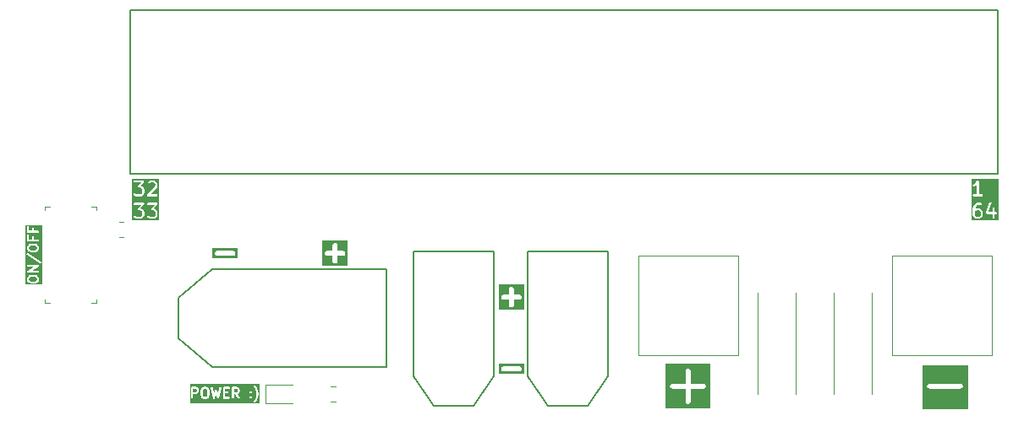
<source format=gto>
G04 #@! TF.GenerationSoftware,KiCad,Pcbnew,8.0.4*
G04 #@! TF.CreationDate,2024-09-24T23:47:47-04:00*
G04 #@! TF.ProjectId,CommonSlotAdapter,436f6d6d-6f6e-4536-9c6f-744164617074,rev?*
G04 #@! TF.SameCoordinates,Original*
G04 #@! TF.FileFunction,Legend,Top*
G04 #@! TF.FilePolarity,Positive*
%FSLAX46Y46*%
G04 Gerber Fmt 4.6, Leading zero omitted, Abs format (unit mm)*
G04 Created by KiCad (PCBNEW 8.0.4) date 2024-09-24 23:47:47*
%MOMM*%
%LPD*%
G01*
G04 APERTURE LIST*
%ADD10C,0.100000*%
%ADD11C,0.508000*%
%ADD12C,0.203200*%
%ADD13C,0.152400*%
%ADD14C,0.120000*%
G04 APERTURE END LIST*
D10*
X174625000Y-92456000D02*
X174879000Y-92456000D01*
X174879000Y-93980000D01*
X174625000Y-93980000D01*
X174625000Y-92456000D01*
G36*
X174625000Y-92456000D02*
G01*
X174879000Y-92456000D01*
X174879000Y-93980000D01*
X174625000Y-93980000D01*
X174625000Y-92456000D01*
G37*
X178816000Y-92456000D02*
X179070000Y-92456000D01*
X179070000Y-93980000D01*
X178816000Y-93980000D01*
X178816000Y-92456000D01*
G36*
X178816000Y-92456000D02*
G01*
X179070000Y-92456000D01*
X179070000Y-93980000D01*
X178816000Y-93980000D01*
X178816000Y-92456000D01*
G37*
X174625000Y-93853000D02*
X179070000Y-93853000D01*
X179070000Y-95377000D01*
X174625000Y-95377000D01*
X174625000Y-93853000D01*
G36*
X174625000Y-93853000D02*
G01*
X179070000Y-93853000D01*
X179070000Y-95377000D01*
X174625000Y-95377000D01*
X174625000Y-93853000D01*
G37*
X174625000Y-91059000D02*
X179070000Y-91059000D01*
X179070000Y-92583000D01*
X174625000Y-92583000D01*
X174625000Y-91059000D01*
G36*
X174625000Y-91059000D02*
G01*
X179070000Y-91059000D01*
X179070000Y-92583000D01*
X174625000Y-92583000D01*
X174625000Y-91059000D01*
G37*
D11*
G36*
X106042624Y-80357810D02*
G01*
X103488195Y-80357810D01*
X103488195Y-79800257D01*
X103742195Y-79800257D01*
X103742195Y-79899363D01*
X103780121Y-79990925D01*
X103850199Y-80061003D01*
X103941761Y-80098929D01*
X103991314Y-80103810D01*
X105539505Y-80103810D01*
X105589058Y-80098929D01*
X105680620Y-80061003D01*
X105750698Y-79990925D01*
X105788624Y-79899363D01*
X105788624Y-79800257D01*
X105750698Y-79708695D01*
X105680620Y-79638617D01*
X105589058Y-79600691D01*
X105539505Y-79595810D01*
X103991314Y-79595810D01*
X103941761Y-79600691D01*
X103850199Y-79638617D01*
X103780121Y-79708695D01*
X103742195Y-79800257D01*
X103488195Y-79800257D01*
X103488195Y-79341810D01*
X106042624Y-79341810D01*
X106042624Y-80357810D01*
G37*
G36*
X117042329Y-81127024D02*
G01*
X114487900Y-81127024D01*
X114487900Y-79800257D01*
X114741900Y-79800257D01*
X114741900Y-79899363D01*
X114779826Y-79990925D01*
X114849904Y-80061003D01*
X114941466Y-80098929D01*
X114991019Y-80103810D01*
X115511114Y-80103810D01*
X115511114Y-80623905D01*
X115515995Y-80673458D01*
X115553921Y-80765020D01*
X115623999Y-80835098D01*
X115715561Y-80873024D01*
X115814667Y-80873024D01*
X115906229Y-80835098D01*
X115976307Y-80765020D01*
X116014233Y-80673458D01*
X116019114Y-80623905D01*
X116019114Y-80103810D01*
X116539210Y-80103810D01*
X116588763Y-80098929D01*
X116680325Y-80061003D01*
X116750403Y-79990925D01*
X116788329Y-79899363D01*
X116788329Y-79800257D01*
X116750403Y-79708695D01*
X116680325Y-79638617D01*
X116588763Y-79600691D01*
X116539210Y-79595810D01*
X116019114Y-79595810D01*
X116019114Y-79075715D01*
X116014233Y-79026162D01*
X115976307Y-78934600D01*
X115906229Y-78864522D01*
X115814667Y-78826596D01*
X115715561Y-78826596D01*
X115623999Y-78864522D01*
X115553921Y-78934600D01*
X115515995Y-79026162D01*
X115511114Y-79075715D01*
X115511114Y-79595810D01*
X114991019Y-79595810D01*
X114941466Y-79600691D01*
X114849904Y-79638617D01*
X114779826Y-79708695D01*
X114741900Y-79800257D01*
X114487900Y-79800257D01*
X114487900Y-78572596D01*
X117042329Y-78572596D01*
X117042329Y-81127024D01*
G37*
G36*
X134695329Y-85523764D02*
G01*
X132140900Y-85523764D01*
X132140900Y-84196997D01*
X132394900Y-84196997D01*
X132394900Y-84296103D01*
X132432826Y-84387665D01*
X132502904Y-84457743D01*
X132594466Y-84495669D01*
X132644019Y-84500550D01*
X133164114Y-84500550D01*
X133164114Y-85020645D01*
X133168995Y-85070198D01*
X133206921Y-85161760D01*
X133276999Y-85231838D01*
X133368561Y-85269764D01*
X133467667Y-85269764D01*
X133559229Y-85231838D01*
X133629307Y-85161760D01*
X133667233Y-85070198D01*
X133672114Y-85020645D01*
X133672114Y-84500550D01*
X134192210Y-84500550D01*
X134241763Y-84495669D01*
X134333325Y-84457743D01*
X134403403Y-84387665D01*
X134441329Y-84296103D01*
X134441329Y-84196997D01*
X134403403Y-84105435D01*
X134333325Y-84035357D01*
X134241763Y-83997431D01*
X134192210Y-83992550D01*
X133672114Y-83992550D01*
X133672114Y-83472455D01*
X133667233Y-83422902D01*
X133629307Y-83331340D01*
X133559229Y-83261262D01*
X133467667Y-83223336D01*
X133368561Y-83223336D01*
X133276999Y-83261262D01*
X133206921Y-83331340D01*
X133168995Y-83422902D01*
X133164114Y-83472455D01*
X133164114Y-83992550D01*
X132644019Y-83992550D01*
X132594466Y-83997431D01*
X132502904Y-84035357D01*
X132432826Y-84105435D01*
X132394900Y-84196997D01*
X132140900Y-84196997D01*
X132140900Y-82969336D01*
X134695329Y-82969336D01*
X134695329Y-85523764D01*
G37*
G36*
X179088885Y-93883593D02*
G01*
X174591154Y-93883593D01*
X174591154Y-93128484D01*
X175042710Y-93128484D01*
X175042710Y-93227590D01*
X175080636Y-93319152D01*
X175150714Y-93389230D01*
X175242276Y-93427156D01*
X175291829Y-93432037D01*
X178388210Y-93432037D01*
X178437763Y-93427156D01*
X178529325Y-93389230D01*
X178599403Y-93319152D01*
X178637329Y-93227590D01*
X178637329Y-93128484D01*
X178599403Y-93036922D01*
X178529325Y-92966844D01*
X178437763Y-92928918D01*
X178388210Y-92924037D01*
X175291829Y-92924037D01*
X175242276Y-92928918D01*
X175150714Y-92966844D01*
X175080636Y-93036922D01*
X175042710Y-93128484D01*
X174591154Y-93128484D01*
X174591154Y-92472481D01*
X179088885Y-92472481D01*
X179088885Y-93883593D01*
G37*
G36*
X153357476Y-95426902D02*
G01*
X148859745Y-95426902D01*
X148859745Y-93128484D01*
X149311301Y-93128484D01*
X149311301Y-93227590D01*
X149349227Y-93319152D01*
X149419305Y-93389230D01*
X149510867Y-93427156D01*
X149560420Y-93432037D01*
X150854610Y-93432037D01*
X150854610Y-94726227D01*
X150859491Y-94775780D01*
X150897417Y-94867342D01*
X150967495Y-94937420D01*
X151059057Y-94975346D01*
X151158163Y-94975346D01*
X151249725Y-94937420D01*
X151319803Y-94867342D01*
X151357729Y-94775780D01*
X151362610Y-94726227D01*
X151362610Y-93432037D01*
X152656801Y-93432037D01*
X152706354Y-93427156D01*
X152797916Y-93389230D01*
X152867994Y-93319152D01*
X152905920Y-93227590D01*
X152905920Y-93128484D01*
X152867994Y-93036922D01*
X152797916Y-92966844D01*
X152706354Y-92928918D01*
X152656801Y-92924037D01*
X151362610Y-92924037D01*
X151362610Y-91629846D01*
X151357729Y-91580293D01*
X151319803Y-91488731D01*
X151249725Y-91418653D01*
X151158163Y-91380727D01*
X151059057Y-91380727D01*
X150967495Y-91418653D01*
X150897417Y-91488731D01*
X150859491Y-91580293D01*
X150854610Y-91629846D01*
X150854610Y-92924037D01*
X149560420Y-92924037D01*
X149510867Y-92928918D01*
X149419305Y-92966844D01*
X149349227Y-93036922D01*
X149311301Y-93128484D01*
X148859745Y-93128484D01*
X148859745Y-90929171D01*
X153357476Y-90929171D01*
X153357476Y-95426902D01*
G37*
D12*
G36*
X102879786Y-93486172D02*
G01*
X102943466Y-93549852D01*
X102981226Y-93700893D01*
X102981226Y-94009209D01*
X102943466Y-94160251D01*
X102879785Y-94223932D01*
X102820746Y-94253452D01*
X102678240Y-94253452D01*
X102619200Y-94223932D01*
X102555519Y-94160250D01*
X102517760Y-94009212D01*
X102517760Y-93700891D01*
X102555519Y-93549852D01*
X102619200Y-93486172D01*
X102678240Y-93456652D01*
X102820746Y-93456652D01*
X102879786Y-93486172D01*
G37*
G36*
X105975024Y-93486172D02*
G01*
X105999325Y-93510473D01*
X106028845Y-93569513D01*
X106028845Y-93664400D01*
X105999325Y-93723440D01*
X105975024Y-93747741D01*
X105915984Y-93777261D01*
X105660617Y-93777261D01*
X105660617Y-93456652D01*
X105915984Y-93456652D01*
X105975024Y-93486172D01*
G37*
G36*
X101879786Y-93486172D02*
G01*
X101904087Y-93510473D01*
X101933607Y-93569513D01*
X101933607Y-93664400D01*
X101904087Y-93723440D01*
X101879786Y-93747741D01*
X101820746Y-93777261D01*
X101565379Y-93777261D01*
X101565379Y-93456652D01*
X101820746Y-93456652D01*
X101879786Y-93486172D01*
G37*
G36*
X108200299Y-94946763D02*
G01*
X101251068Y-94946763D01*
X101251068Y-93355052D01*
X101362179Y-93355052D01*
X101362179Y-94355052D01*
X101364131Y-94374873D01*
X101379302Y-94411498D01*
X101407333Y-94439529D01*
X101443958Y-94454700D01*
X101483600Y-94454700D01*
X101520225Y-94439529D01*
X101548256Y-94411498D01*
X101563427Y-94374873D01*
X101565379Y-94355052D01*
X101565379Y-93980461D01*
X101844731Y-93980461D01*
X101864552Y-93978509D01*
X101867925Y-93977111D01*
X101871566Y-93976853D01*
X101890168Y-93969735D01*
X101985406Y-93922116D01*
X101993938Y-93916744D01*
X101996415Y-93915719D01*
X101999203Y-93913430D01*
X102002261Y-93911506D01*
X102004019Y-93909477D01*
X102011811Y-93903084D01*
X102059430Y-93855465D01*
X102065825Y-93847672D01*
X102067852Y-93845915D01*
X102069774Y-93842860D01*
X102072065Y-93840070D01*
X102073091Y-93837591D01*
X102078462Y-93829060D01*
X102126081Y-93733822D01*
X102133199Y-93715221D01*
X102133457Y-93711579D01*
X102134855Y-93708206D01*
X102136807Y-93688385D01*
X102314560Y-93688385D01*
X102314560Y-94021718D01*
X102314900Y-94025175D01*
X102314680Y-94026657D01*
X102315776Y-94034071D01*
X102316512Y-94041539D01*
X102317085Y-94042924D01*
X102317594Y-94046360D01*
X102365212Y-94236835D01*
X102371913Y-94255591D01*
X102376410Y-94261660D01*
X102379301Y-94268640D01*
X102391937Y-94284036D01*
X102487175Y-94379275D01*
X102494966Y-94385668D01*
X102496725Y-94387697D01*
X102499782Y-94389621D01*
X102502571Y-94391910D01*
X102505047Y-94392935D01*
X102513580Y-94398307D01*
X102608818Y-94445926D01*
X102627419Y-94453044D01*
X102631060Y-94453302D01*
X102634434Y-94454700D01*
X102654255Y-94456652D01*
X102844731Y-94456652D01*
X102864552Y-94454700D01*
X102867925Y-94453302D01*
X102871566Y-94453044D01*
X102890168Y-94445926D01*
X102985406Y-94398307D01*
X102993937Y-94392936D01*
X102996416Y-94391910D01*
X102999206Y-94389619D01*
X103002261Y-94387697D01*
X103004018Y-94385670D01*
X103011811Y-94379275D01*
X103107050Y-94284035D01*
X103119685Y-94268639D01*
X103122576Y-94261658D01*
X103127072Y-94255591D01*
X103133773Y-94236836D01*
X103181392Y-94046360D01*
X103181900Y-94042924D01*
X103182474Y-94041539D01*
X103183209Y-94034071D01*
X103184306Y-94026657D01*
X103184085Y-94025175D01*
X103184426Y-94021718D01*
X103184426Y-93688385D01*
X103184085Y-93684927D01*
X103184306Y-93683446D01*
X103183209Y-93676031D01*
X103182474Y-93668564D01*
X103181900Y-93667178D01*
X103181392Y-93663743D01*
X103133773Y-93473267D01*
X103127072Y-93454512D01*
X103122575Y-93448442D01*
X103119684Y-93441463D01*
X103107049Y-93426067D01*
X103039833Y-93358851D01*
X103314631Y-93358851D01*
X103317323Y-93378585D01*
X103555418Y-94378585D01*
X103557761Y-94385384D01*
X103558086Y-94387826D01*
X103559363Y-94390032D01*
X103561908Y-94397415D01*
X103570555Y-94409364D01*
X103577948Y-94422133D01*
X103582090Y-94425303D01*
X103585149Y-94429530D01*
X103597714Y-94437262D01*
X103609428Y-94446228D01*
X103614468Y-94447572D01*
X103618911Y-94450306D01*
X103633471Y-94452640D01*
X103647731Y-94456443D01*
X103652904Y-94455755D01*
X103658054Y-94456581D01*
X103672403Y-94453164D01*
X103687029Y-94451221D01*
X103691543Y-94448607D01*
X103696618Y-94447399D01*
X103708567Y-94438751D01*
X103721336Y-94431359D01*
X103724506Y-94427216D01*
X103728733Y-94424158D01*
X103736466Y-94411591D01*
X103745431Y-94399879D01*
X103748171Y-94392570D01*
X103749509Y-94390397D01*
X103749899Y-94387963D01*
X103752424Y-94381230D01*
X103844731Y-94035079D01*
X103937038Y-94381231D01*
X103939563Y-94387965D01*
X103939953Y-94390396D01*
X103941288Y-94392566D01*
X103944031Y-94399880D01*
X103952998Y-94411595D01*
X103960729Y-94424158D01*
X103964955Y-94427216D01*
X103968126Y-94431359D01*
X103980892Y-94438749D01*
X103992844Y-94447399D01*
X103997919Y-94448607D01*
X104002434Y-94451221D01*
X104017058Y-94453164D01*
X104031408Y-94456581D01*
X104036557Y-94455755D01*
X104041731Y-94456443D01*
X104055993Y-94452639D01*
X104070551Y-94450306D01*
X104074990Y-94447573D01*
X104080034Y-94446229D01*
X104091751Y-94437259D01*
X104104313Y-94429530D01*
X104107371Y-94425304D01*
X104111514Y-94422133D01*
X104118906Y-94409364D01*
X104127554Y-94397415D01*
X104130098Y-94390032D01*
X104131376Y-94387826D01*
X104131700Y-94385384D01*
X104134044Y-94378585D01*
X104372140Y-93378585D01*
X104374832Y-93358851D01*
X104374223Y-93355052D01*
X104552655Y-93355052D01*
X104552655Y-94355052D01*
X104554607Y-94374873D01*
X104569778Y-94411498D01*
X104597809Y-94439529D01*
X104634434Y-94454700D01*
X104654255Y-94456652D01*
X105130445Y-94456652D01*
X105150266Y-94454700D01*
X105186891Y-94439529D01*
X105214922Y-94411498D01*
X105230093Y-94374873D01*
X105230093Y-94335231D01*
X105214922Y-94298606D01*
X105186891Y-94270575D01*
X105150266Y-94255404D01*
X105130445Y-94253452D01*
X104755855Y-94253452D01*
X104755855Y-93932842D01*
X104987588Y-93932842D01*
X105007409Y-93930890D01*
X105044034Y-93915719D01*
X105072065Y-93887688D01*
X105087236Y-93851063D01*
X105087236Y-93811421D01*
X105072065Y-93774796D01*
X105044034Y-93746765D01*
X105007409Y-93731594D01*
X104987588Y-93729642D01*
X104755855Y-93729642D01*
X104755855Y-93456652D01*
X105130445Y-93456652D01*
X105150266Y-93454700D01*
X105186891Y-93439529D01*
X105214922Y-93411498D01*
X105230093Y-93374873D01*
X105230093Y-93355052D01*
X105457417Y-93355052D01*
X105457417Y-94355052D01*
X105459369Y-94374873D01*
X105474540Y-94411498D01*
X105502571Y-94439529D01*
X105539196Y-94454700D01*
X105578838Y-94454700D01*
X105615463Y-94439529D01*
X105643494Y-94411498D01*
X105658665Y-94374873D01*
X105660617Y-94355052D01*
X105660617Y-93980461D01*
X105744213Y-93980461D01*
X106047211Y-94413316D01*
X106060177Y-94428434D01*
X106093608Y-94449739D01*
X106132647Y-94456628D01*
X106171351Y-94448054D01*
X106203827Y-94425320D01*
X106225132Y-94391889D01*
X106232021Y-94352850D01*
X106223447Y-94314146D01*
X106213679Y-94296788D01*
X106207256Y-94287612D01*
X107173655Y-94287612D01*
X107173655Y-94327254D01*
X107179906Y-94342344D01*
X107188826Y-94363880D01*
X107188830Y-94363884D01*
X107201461Y-94379275D01*
X107249080Y-94426894D01*
X107264475Y-94439529D01*
X107273623Y-94443318D01*
X107301101Y-94454700D01*
X107340743Y-94454700D01*
X107377368Y-94439529D01*
X107392764Y-94426894D01*
X107440383Y-94379275D01*
X107453018Y-94363880D01*
X107455558Y-94357748D01*
X107468188Y-94327255D01*
X107468189Y-94287613D01*
X107453019Y-94250988D01*
X107440384Y-94235592D01*
X107392765Y-94187972D01*
X107377369Y-94175336D01*
X107362036Y-94168985D01*
X107340743Y-94160165D01*
X107301101Y-94160165D01*
X107279808Y-94168985D01*
X107264475Y-94175336D01*
X107249079Y-94187972D01*
X107201460Y-94235592D01*
X107188825Y-94250988D01*
X107186286Y-94257118D01*
X107173655Y-94287612D01*
X106207256Y-94287612D01*
X105984882Y-93969935D01*
X105985406Y-93969735D01*
X106080644Y-93922116D01*
X106089176Y-93916744D01*
X106091653Y-93915719D01*
X106094441Y-93913430D01*
X106097499Y-93911506D01*
X106099257Y-93909477D01*
X106107049Y-93903084D01*
X106154668Y-93855465D01*
X106161063Y-93847672D01*
X106163090Y-93845915D01*
X106165012Y-93842860D01*
X106167303Y-93840070D01*
X106168329Y-93837591D01*
X106173700Y-93829060D01*
X106206329Y-93763802D01*
X107173655Y-93763802D01*
X107173655Y-93803444D01*
X107188826Y-93840069D01*
X107201461Y-93855465D01*
X107249080Y-93903084D01*
X107264475Y-93915719D01*
X107274248Y-93919767D01*
X107301101Y-93930890D01*
X107340743Y-93930890D01*
X107377368Y-93915719D01*
X107392764Y-93903084D01*
X107440383Y-93855465D01*
X107453018Y-93840070D01*
X107468188Y-93803444D01*
X107468188Y-93763802D01*
X107464884Y-93755825D01*
X107453018Y-93727176D01*
X107440383Y-93711781D01*
X107392764Y-93664162D01*
X107377368Y-93651527D01*
X107340743Y-93636356D01*
X107301101Y-93636356D01*
X107277022Y-93646330D01*
X107264475Y-93651527D01*
X107249080Y-93664162D01*
X107201461Y-93711781D01*
X107188827Y-93727176D01*
X107188826Y-93727177D01*
X107173655Y-93763802D01*
X106206329Y-93763802D01*
X106221319Y-93733822D01*
X106228437Y-93715221D01*
X106228695Y-93711579D01*
X106230093Y-93708206D01*
X106232045Y-93688385D01*
X106232045Y-93545528D01*
X106230093Y-93525707D01*
X106228695Y-93522333D01*
X106228437Y-93518692D01*
X106221319Y-93500091D01*
X106173700Y-93404853D01*
X106168329Y-93396321D01*
X106167303Y-93393843D01*
X106165012Y-93391052D01*
X106163090Y-93387998D01*
X106161063Y-93386240D01*
X106154668Y-93378448D01*
X106107049Y-93330829D01*
X106099257Y-93324435D01*
X106097499Y-93322407D01*
X106094441Y-93320482D01*
X106091653Y-93318194D01*
X106089176Y-93317168D01*
X106080644Y-93311797D01*
X105985406Y-93264178D01*
X105966804Y-93257060D01*
X105963163Y-93256801D01*
X105959790Y-93255404D01*
X105939969Y-93253452D01*
X105559017Y-93253452D01*
X105539196Y-93255404D01*
X105502571Y-93270575D01*
X105474540Y-93298606D01*
X105459369Y-93335231D01*
X105457417Y-93355052D01*
X105230093Y-93355052D01*
X105230093Y-93335231D01*
X105214922Y-93298606D01*
X105186891Y-93270575D01*
X105150266Y-93255404D01*
X105130445Y-93253452D01*
X104654255Y-93253452D01*
X104634434Y-93255404D01*
X104597809Y-93270575D01*
X104569778Y-93298606D01*
X104554607Y-93335231D01*
X104552655Y-93355052D01*
X104374223Y-93355052D01*
X104368557Y-93319708D01*
X104347781Y-93285946D01*
X104315666Y-93262705D01*
X104277102Y-93253523D01*
X104237959Y-93259798D01*
X104204197Y-93280574D01*
X104180956Y-93312690D01*
X104174466Y-93331519D01*
X104029630Y-93939826D01*
X103942900Y-93614588D01*
X103941159Y-93609947D01*
X103940900Y-93607992D01*
X103939556Y-93605671D01*
X103935907Y-93595939D01*
X103927758Y-93585292D01*
X103921038Y-93573685D01*
X103915811Y-93569684D01*
X103911812Y-93564459D01*
X103900207Y-93557740D01*
X103889558Y-93549589D01*
X103883198Y-93547893D01*
X103877505Y-93544597D01*
X103864215Y-93542831D01*
X103851255Y-93539375D01*
X103844731Y-93540241D01*
X103838207Y-93539375D01*
X103825248Y-93542830D01*
X103811958Y-93544597D01*
X103806262Y-93547894D01*
X103799904Y-93549590D01*
X103789256Y-93557739D01*
X103777650Y-93564459D01*
X103773649Y-93569685D01*
X103768424Y-93573685D01*
X103761705Y-93585290D01*
X103753555Y-93595938D01*
X103749904Y-93605673D01*
X103748562Y-93607992D01*
X103748302Y-93609945D01*
X103746562Y-93614587D01*
X103659831Y-93939825D01*
X103514997Y-93331519D01*
X103508507Y-93312690D01*
X103485266Y-93280574D01*
X103451504Y-93259798D01*
X103412361Y-93253523D01*
X103373798Y-93262705D01*
X103341682Y-93285946D01*
X103320906Y-93319708D01*
X103314631Y-93358851D01*
X103039833Y-93358851D01*
X103011811Y-93330829D01*
X103004019Y-93324435D01*
X103002261Y-93322407D01*
X102999203Y-93320482D01*
X102996415Y-93318194D01*
X102993938Y-93317168D01*
X102985406Y-93311797D01*
X102890168Y-93264178D01*
X102871566Y-93257060D01*
X102867925Y-93256801D01*
X102864552Y-93255404D01*
X102844731Y-93253452D01*
X102654255Y-93253452D01*
X102634434Y-93255404D01*
X102631060Y-93256801D01*
X102627419Y-93257060D01*
X102608818Y-93264178D01*
X102513580Y-93311797D01*
X102505047Y-93317168D01*
X102502571Y-93318194D01*
X102499782Y-93320482D01*
X102496725Y-93322407D01*
X102494966Y-93324435D01*
X102487175Y-93330829D01*
X102391937Y-93426067D01*
X102379302Y-93441463D01*
X102376411Y-93448440D01*
X102371913Y-93454512D01*
X102365212Y-93473268D01*
X102317594Y-93663743D01*
X102317085Y-93667178D01*
X102316512Y-93668564D01*
X102315776Y-93676031D01*
X102314680Y-93683446D01*
X102314900Y-93684927D01*
X102314560Y-93688385D01*
X102136807Y-93688385D01*
X102136807Y-93545528D01*
X102134855Y-93525707D01*
X102133457Y-93522333D01*
X102133199Y-93518692D01*
X102126081Y-93500091D01*
X102078462Y-93404853D01*
X102073091Y-93396321D01*
X102072065Y-93393843D01*
X102069774Y-93391052D01*
X102067852Y-93387998D01*
X102065825Y-93386240D01*
X102059430Y-93378448D01*
X102011811Y-93330829D01*
X102004019Y-93324435D01*
X102002261Y-93322407D01*
X101999203Y-93320482D01*
X101996415Y-93318194D01*
X101993938Y-93317168D01*
X101985406Y-93311797D01*
X101890168Y-93264178D01*
X101871566Y-93257060D01*
X101867925Y-93256801D01*
X101864552Y-93255404D01*
X101844731Y-93253452D01*
X101463779Y-93253452D01*
X101443958Y-93255404D01*
X101407333Y-93270575D01*
X101379302Y-93298606D01*
X101364131Y-93335231D01*
X101362179Y-93355052D01*
X101251068Y-93355052D01*
X101251068Y-93192373D01*
X107602226Y-93192373D01*
X107602226Y-93232015D01*
X107617397Y-93268640D01*
X107630032Y-93284036D01*
X107670538Y-93324542D01*
X107756684Y-93453763D01*
X107798248Y-93536890D01*
X107841582Y-93666891D01*
X107885988Y-93888921D01*
X107885988Y-94059277D01*
X107841582Y-94281307D01*
X107798248Y-94411308D01*
X107756685Y-94494435D01*
X107670537Y-94623657D01*
X107630032Y-94664162D01*
X107617397Y-94679558D01*
X107602226Y-94716183D01*
X107602226Y-94755825D01*
X107617397Y-94792450D01*
X107645428Y-94820481D01*
X107682053Y-94835652D01*
X107721695Y-94835652D01*
X107758320Y-94820481D01*
X107773716Y-94807846D01*
X107821335Y-94760227D01*
X107821380Y-94760171D01*
X107821410Y-94760152D01*
X107827582Y-94752615D01*
X107833970Y-94744832D01*
X107833984Y-94744797D01*
X107834029Y-94744743D01*
X107929267Y-94601885D01*
X107932235Y-94596318D01*
X107935605Y-94590965D01*
X107983224Y-94495727D01*
X107985801Y-94488990D01*
X107988736Y-94482419D01*
X108036355Y-94339562D01*
X108037755Y-94333404D01*
X108039596Y-94327358D01*
X108087215Y-94089263D01*
X108087222Y-94089191D01*
X108087236Y-94089158D01*
X108088207Y-94079296D01*
X108089188Y-94069444D01*
X108089180Y-94069408D01*
X108089188Y-94069337D01*
X108089188Y-93878861D01*
X108089180Y-93878789D01*
X108089188Y-93878754D01*
X108088207Y-93868901D01*
X108087236Y-93859040D01*
X108087222Y-93859006D01*
X108087215Y-93858935D01*
X108039596Y-93620841D01*
X108037755Y-93614794D01*
X108036355Y-93608637D01*
X107988736Y-93465780D01*
X107985801Y-93459208D01*
X107983224Y-93452472D01*
X107935605Y-93357234D01*
X107932239Y-93351887D01*
X107929268Y-93346314D01*
X107834029Y-93203456D01*
X107833985Y-93203402D01*
X107833970Y-93203366D01*
X107827629Y-93195640D01*
X107821411Y-93188046D01*
X107821378Y-93188024D01*
X107821335Y-93187971D01*
X107773716Y-93140352D01*
X107758320Y-93127717D01*
X107721695Y-93112546D01*
X107682053Y-93112546D01*
X107645428Y-93127717D01*
X107617397Y-93155748D01*
X107602226Y-93192373D01*
X101251068Y-93192373D01*
X101251068Y-93001435D01*
X108200299Y-93001435D01*
X108200299Y-94946763D01*
G37*
D11*
G36*
X134695329Y-91954550D02*
G01*
X132140900Y-91954550D01*
X132140900Y-91396997D01*
X132394900Y-91396997D01*
X132394900Y-91496103D01*
X132432826Y-91587665D01*
X132502904Y-91657743D01*
X132594466Y-91695669D01*
X132644019Y-91700550D01*
X134192210Y-91700550D01*
X134241763Y-91695669D01*
X134333325Y-91657743D01*
X134403403Y-91587665D01*
X134441329Y-91496103D01*
X134441329Y-91396997D01*
X134403403Y-91305435D01*
X134333325Y-91235357D01*
X134241763Y-91197431D01*
X134192210Y-91192550D01*
X132644019Y-91192550D01*
X132594466Y-91197431D01*
X132502904Y-91235357D01*
X132432826Y-91305435D01*
X132394900Y-91396997D01*
X132140900Y-91396997D01*
X132140900Y-90938550D01*
X134695329Y-90938550D01*
X134695329Y-91954550D01*
G37*
D12*
G36*
X85828250Y-82264597D02*
G01*
X85891932Y-82328278D01*
X85921452Y-82387318D01*
X85921452Y-82529824D01*
X85891932Y-82588863D01*
X85828250Y-82652544D01*
X85677212Y-82690304D01*
X85368894Y-82690304D01*
X85217852Y-82652544D01*
X85154172Y-82588864D01*
X85124652Y-82529824D01*
X85124652Y-82387318D01*
X85154172Y-82328278D01*
X85217852Y-82264597D01*
X85368894Y-82226838D01*
X85677212Y-82226838D01*
X85828250Y-82264597D01*
G37*
G36*
X85828250Y-79121740D02*
G01*
X85891932Y-79185421D01*
X85921452Y-79244461D01*
X85921452Y-79386967D01*
X85891932Y-79446006D01*
X85828250Y-79509687D01*
X85677212Y-79547447D01*
X85368894Y-79547447D01*
X85217852Y-79509687D01*
X85154172Y-79446007D01*
X85124652Y-79386967D01*
X85124652Y-79244461D01*
X85154172Y-79185421D01*
X85217852Y-79121740D01*
X85368894Y-79083981D01*
X85677212Y-79083981D01*
X85828250Y-79121740D01*
G37*
G36*
X86473858Y-83004615D02*
G01*
X84762722Y-83004615D01*
X84762722Y-82363333D01*
X84921452Y-82363333D01*
X84921452Y-82553809D01*
X84923404Y-82573630D01*
X84924801Y-82577003D01*
X84925060Y-82580644D01*
X84932178Y-82599246D01*
X84979797Y-82694484D01*
X84985168Y-82703016D01*
X84986194Y-82705493D01*
X84988482Y-82708281D01*
X84990407Y-82711339D01*
X84992435Y-82713097D01*
X84998829Y-82720889D01*
X85094067Y-82816127D01*
X85109463Y-82828762D01*
X85116442Y-82831653D01*
X85122512Y-82836150D01*
X85141267Y-82842851D01*
X85331743Y-82890470D01*
X85335178Y-82890978D01*
X85336564Y-82891552D01*
X85344031Y-82892287D01*
X85351446Y-82893384D01*
X85352927Y-82893163D01*
X85356385Y-82893504D01*
X85689718Y-82893504D01*
X85693175Y-82893163D01*
X85694657Y-82893384D01*
X85702071Y-82892287D01*
X85709539Y-82891552D01*
X85710924Y-82890978D01*
X85714360Y-82890470D01*
X85904835Y-82842852D01*
X85923591Y-82836151D01*
X85929660Y-82831653D01*
X85936640Y-82828763D01*
X85952036Y-82816127D01*
X86047275Y-82720889D01*
X86053668Y-82713097D01*
X86055697Y-82711339D01*
X86057621Y-82708281D01*
X86059910Y-82705493D01*
X86060935Y-82703016D01*
X86066307Y-82694484D01*
X86113926Y-82599246D01*
X86121044Y-82580645D01*
X86121302Y-82577003D01*
X86122700Y-82573630D01*
X86124652Y-82553809D01*
X86124652Y-82363333D01*
X86122700Y-82343512D01*
X86121302Y-82340138D01*
X86121044Y-82336497D01*
X86113926Y-82317896D01*
X86066307Y-82222658D01*
X86060935Y-82214125D01*
X86059910Y-82211649D01*
X86057621Y-82208860D01*
X86055697Y-82205803D01*
X86053668Y-82204044D01*
X86047275Y-82196253D01*
X85952036Y-82101015D01*
X85936640Y-82088379D01*
X85929660Y-82085488D01*
X85923591Y-82080991D01*
X85904835Y-82074290D01*
X85714360Y-82026672D01*
X85710924Y-82026163D01*
X85709539Y-82025590D01*
X85702071Y-82024854D01*
X85694657Y-82023758D01*
X85693175Y-82023978D01*
X85689718Y-82023638D01*
X85356385Y-82023638D01*
X85352927Y-82023978D01*
X85351446Y-82023758D01*
X85344031Y-82024854D01*
X85336564Y-82025590D01*
X85335178Y-82026163D01*
X85331743Y-82026672D01*
X85141267Y-82074291D01*
X85122512Y-82080992D01*
X85116442Y-82085488D01*
X85109463Y-82088380D01*
X85094067Y-82101015D01*
X84998829Y-82196253D01*
X84992435Y-82204044D01*
X84990407Y-82205803D01*
X84988482Y-82208860D01*
X84986194Y-82211649D01*
X84985168Y-82214125D01*
X84979797Y-82222658D01*
X84932178Y-82317896D01*
X84925060Y-82336498D01*
X84924801Y-82340138D01*
X84923404Y-82343512D01*
X84921452Y-82363333D01*
X84762722Y-82363333D01*
X84762722Y-81689569D01*
X84921700Y-81689569D01*
X84923404Y-81702974D01*
X84923404Y-81716487D01*
X84925882Y-81722469D01*
X84926699Y-81728896D01*
X84933405Y-81740633D01*
X84938575Y-81753112D01*
X84943152Y-81757689D01*
X84946367Y-81763315D01*
X84957054Y-81771591D01*
X84966606Y-81781143D01*
X84972589Y-81783621D01*
X84977710Y-81787587D01*
X84990746Y-81791142D01*
X85003231Y-81796314D01*
X85013367Y-81797312D01*
X85015955Y-81798018D01*
X85017953Y-81797763D01*
X85023052Y-81798266D01*
X86023052Y-81798266D01*
X86042873Y-81796314D01*
X86079498Y-81781143D01*
X86107529Y-81753112D01*
X86122700Y-81716487D01*
X86122700Y-81676845D01*
X86107529Y-81640220D01*
X86079498Y-81612189D01*
X86042873Y-81597018D01*
X86023052Y-81595066D01*
X85405634Y-81595066D01*
X86073460Y-81213451D01*
X86077637Y-81210485D01*
X86079498Y-81209715D01*
X86081392Y-81207820D01*
X86089701Y-81201923D01*
X86097975Y-81191237D01*
X86107529Y-81181684D01*
X86110008Y-81175699D01*
X86113973Y-81170579D01*
X86117527Y-81157545D01*
X86122700Y-81145059D01*
X86122700Y-81138581D01*
X86124404Y-81132334D01*
X86122700Y-81118929D01*
X86122700Y-81105417D01*
X86120221Y-81099434D01*
X86119405Y-81093008D01*
X86112698Y-81081270D01*
X86107529Y-81068792D01*
X86102951Y-81064214D01*
X86099737Y-81058589D01*
X86089049Y-81050312D01*
X86079498Y-81040761D01*
X86073514Y-81038282D01*
X86068394Y-81034317D01*
X86055357Y-81030761D01*
X86042873Y-81025590D01*
X86032736Y-81024591D01*
X86030149Y-81023886D01*
X86028150Y-81024140D01*
X86023052Y-81023638D01*
X85023052Y-81023638D01*
X85003231Y-81025590D01*
X84966606Y-81040761D01*
X84938575Y-81068792D01*
X84923404Y-81105417D01*
X84923404Y-81145059D01*
X84938575Y-81181684D01*
X84966606Y-81209715D01*
X85003231Y-81224886D01*
X85023052Y-81226838D01*
X85640469Y-81226838D01*
X84972644Y-81608452D01*
X84968463Y-81611419D01*
X84966606Y-81612189D01*
X84964713Y-81614081D01*
X84956403Y-81619981D01*
X84948126Y-81630668D01*
X84938575Y-81640220D01*
X84936096Y-81646203D01*
X84932131Y-81651324D01*
X84928575Y-81664360D01*
X84923404Y-81676845D01*
X84923404Y-81683321D01*
X84921700Y-81689569D01*
X84762722Y-81689569D01*
X84762722Y-79934869D01*
X84873833Y-79934869D01*
X84881608Y-79973741D01*
X84903666Y-80006679D01*
X84919075Y-80019298D01*
X86204790Y-80876441D01*
X86222365Y-80885811D01*
X86261254Y-80893504D01*
X86300126Y-80885730D01*
X86333065Y-80863671D01*
X86355054Y-80830687D01*
X86362747Y-80791798D01*
X86354973Y-80752926D01*
X86332914Y-80719987D01*
X86317505Y-80707368D01*
X85031791Y-79850226D01*
X85014216Y-79840855D01*
X84975326Y-79833162D01*
X84936454Y-79840937D01*
X84903516Y-79862995D01*
X84881526Y-79895979D01*
X84873833Y-79934869D01*
X84762722Y-79934869D01*
X84762722Y-79220476D01*
X84921452Y-79220476D01*
X84921452Y-79410952D01*
X84923404Y-79430773D01*
X84924801Y-79434146D01*
X84925060Y-79437787D01*
X84932178Y-79456389D01*
X84979797Y-79551627D01*
X84985168Y-79560159D01*
X84986194Y-79562636D01*
X84988482Y-79565424D01*
X84990407Y-79568482D01*
X84992435Y-79570240D01*
X84998829Y-79578032D01*
X85094067Y-79673270D01*
X85109463Y-79685905D01*
X85116442Y-79688796D01*
X85122512Y-79693293D01*
X85141267Y-79699994D01*
X85331743Y-79747613D01*
X85335178Y-79748121D01*
X85336564Y-79748695D01*
X85344031Y-79749430D01*
X85351446Y-79750527D01*
X85352927Y-79750306D01*
X85356385Y-79750647D01*
X85689718Y-79750647D01*
X85693175Y-79750306D01*
X85694657Y-79750527D01*
X85702071Y-79749430D01*
X85709539Y-79748695D01*
X85710924Y-79748121D01*
X85714360Y-79747613D01*
X85904835Y-79699995D01*
X85923591Y-79693294D01*
X85929660Y-79688796D01*
X85936640Y-79685906D01*
X85952036Y-79673270D01*
X86047275Y-79578032D01*
X86053668Y-79570240D01*
X86055697Y-79568482D01*
X86057621Y-79565424D01*
X86059910Y-79562636D01*
X86060935Y-79560159D01*
X86066307Y-79551627D01*
X86113926Y-79456389D01*
X86121044Y-79437788D01*
X86121302Y-79434146D01*
X86122700Y-79430773D01*
X86124652Y-79410952D01*
X86124652Y-79220476D01*
X86122700Y-79200655D01*
X86121302Y-79197281D01*
X86121044Y-79193640D01*
X86113926Y-79175039D01*
X86066307Y-79079801D01*
X86060935Y-79071268D01*
X86059910Y-79068792D01*
X86057621Y-79066003D01*
X86055697Y-79062946D01*
X86053668Y-79061187D01*
X86047275Y-79053396D01*
X85952036Y-78958158D01*
X85936640Y-78945522D01*
X85929660Y-78942631D01*
X85923591Y-78938134D01*
X85904835Y-78931433D01*
X85714360Y-78883815D01*
X85710924Y-78883306D01*
X85709539Y-78882733D01*
X85702071Y-78881997D01*
X85694657Y-78880901D01*
X85693175Y-78881121D01*
X85689718Y-78880781D01*
X85356385Y-78880781D01*
X85352927Y-78881121D01*
X85351446Y-78880901D01*
X85344031Y-78881997D01*
X85336564Y-78882733D01*
X85335178Y-78883306D01*
X85331743Y-78883815D01*
X85141267Y-78931434D01*
X85122512Y-78938135D01*
X85116442Y-78942631D01*
X85109463Y-78945523D01*
X85094067Y-78958158D01*
X84998829Y-79053396D01*
X84992435Y-79061187D01*
X84990407Y-79062946D01*
X84988482Y-79066003D01*
X84986194Y-79068792D01*
X84985168Y-79071268D01*
X84979797Y-79079801D01*
X84932178Y-79175039D01*
X84925060Y-79193641D01*
X84924801Y-79197281D01*
X84923404Y-79200655D01*
X84921452Y-79220476D01*
X84762722Y-79220476D01*
X84762722Y-78077619D01*
X84921452Y-78077619D01*
X84921452Y-78553809D01*
X84923404Y-78573630D01*
X84938575Y-78610255D01*
X84966606Y-78638286D01*
X85003231Y-78653457D01*
X85023052Y-78655409D01*
X86023052Y-78655409D01*
X86042873Y-78653457D01*
X86079498Y-78638286D01*
X86107529Y-78610255D01*
X86122700Y-78573630D01*
X86122700Y-78533988D01*
X86107529Y-78497363D01*
X86079498Y-78469332D01*
X86042873Y-78454161D01*
X86023052Y-78452209D01*
X85600842Y-78452209D01*
X85600842Y-78220476D01*
X85598890Y-78200655D01*
X85583719Y-78164030D01*
X85555688Y-78135999D01*
X85519063Y-78120828D01*
X85479421Y-78120828D01*
X85442796Y-78135999D01*
X85414765Y-78164030D01*
X85399594Y-78200655D01*
X85397642Y-78220476D01*
X85397642Y-78452209D01*
X85124652Y-78452209D01*
X85124652Y-78077619D01*
X85122700Y-78057798D01*
X85107529Y-78021173D01*
X85079498Y-77993142D01*
X85042873Y-77977971D01*
X85003231Y-77977971D01*
X84966606Y-77993142D01*
X84938575Y-78021173D01*
X84923404Y-78057798D01*
X84921452Y-78077619D01*
X84762722Y-78077619D01*
X84762722Y-77220476D01*
X84921452Y-77220476D01*
X84921452Y-77696666D01*
X84923404Y-77716487D01*
X84938575Y-77753112D01*
X84966606Y-77781143D01*
X85003231Y-77796314D01*
X85023052Y-77798266D01*
X86023052Y-77798266D01*
X86042873Y-77796314D01*
X86079498Y-77781143D01*
X86107529Y-77753112D01*
X86122700Y-77716487D01*
X86122700Y-77676845D01*
X86107529Y-77640220D01*
X86079498Y-77612189D01*
X86042873Y-77597018D01*
X86023052Y-77595066D01*
X85600842Y-77595066D01*
X85600842Y-77363333D01*
X85598890Y-77343512D01*
X85583719Y-77306887D01*
X85555688Y-77278856D01*
X85519063Y-77263685D01*
X85479421Y-77263685D01*
X85442796Y-77278856D01*
X85414765Y-77306887D01*
X85399594Y-77343512D01*
X85397642Y-77363333D01*
X85397642Y-77595066D01*
X85124652Y-77595066D01*
X85124652Y-77220476D01*
X85122700Y-77200655D01*
X85107529Y-77164030D01*
X85079498Y-77135999D01*
X85042873Y-77120828D01*
X85003231Y-77120828D01*
X84966606Y-77135999D01*
X84938575Y-77164030D01*
X84923404Y-77200655D01*
X84921452Y-77220476D01*
X84762722Y-77220476D01*
X84762722Y-77009717D01*
X86473858Y-77009717D01*
X86473858Y-83004615D01*
G37*
G36*
X98154640Y-76551832D02*
G01*
X95438550Y-76551832D01*
X95438550Y-74872544D01*
X95594337Y-74872544D01*
X95594337Y-74912186D01*
X95609508Y-74948811D01*
X95637539Y-74976842D01*
X95674164Y-74992013D01*
X95693985Y-74993965D01*
X96338036Y-74993965D01*
X96018117Y-75359587D01*
X96011990Y-75368156D01*
X96010102Y-75370045D01*
X96009360Y-75371835D01*
X96006534Y-75375789D01*
X96001247Y-75391422D01*
X95994931Y-75406670D01*
X95994931Y-75410098D01*
X95993834Y-75413342D01*
X95994931Y-75429796D01*
X95994931Y-75446312D01*
X95996243Y-75449479D01*
X95996471Y-75452896D01*
X96003783Y-75467683D01*
X96010102Y-75482937D01*
X96012524Y-75485359D01*
X96014044Y-75488432D01*
X96026468Y-75499303D01*
X96038133Y-75510968D01*
X96041297Y-75512278D01*
X96043877Y-75514536D01*
X96059510Y-75519822D01*
X96074758Y-75526139D01*
X96079594Y-75526615D01*
X96081430Y-75527236D01*
X96084093Y-75527058D01*
X96094579Y-75528091D01*
X96270891Y-75528091D01*
X96368225Y-75576758D01*
X96411672Y-75620205D01*
X96460339Y-75717539D01*
X96460339Y-76003397D01*
X96411672Y-76100731D01*
X96368222Y-76144180D01*
X96270892Y-76192845D01*
X95918266Y-76192845D01*
X95820934Y-76144180D01*
X95765828Y-76089072D01*
X95750432Y-76076437D01*
X95713807Y-76061267D01*
X95674165Y-76061266D01*
X95637539Y-76076436D01*
X95609508Y-76104467D01*
X95594338Y-76141092D01*
X95594337Y-76180734D01*
X95609507Y-76217360D01*
X95622142Y-76232756D01*
X95688908Y-76299522D01*
X95696700Y-76305917D01*
X95698458Y-76307944D01*
X95701511Y-76309866D01*
X95704303Y-76312157D01*
X95706783Y-76313184D01*
X95715314Y-76318554D01*
X95848846Y-76385319D01*
X95867447Y-76392437D01*
X95871087Y-76392695D01*
X95874461Y-76394093D01*
X95894282Y-76396045D01*
X96294876Y-76396045D01*
X96314697Y-76394093D01*
X96318070Y-76392695D01*
X96321711Y-76392437D01*
X96340312Y-76385319D01*
X96473844Y-76318554D01*
X96482374Y-76313184D01*
X96484855Y-76312157D01*
X96487646Y-76309865D01*
X96490700Y-76307944D01*
X96492456Y-76305918D01*
X96500251Y-76299522D01*
X96567016Y-76232755D01*
X96573409Y-76224964D01*
X96575437Y-76223206D01*
X96577361Y-76220148D01*
X96579651Y-76217359D01*
X96580677Y-76214881D01*
X96586047Y-76206351D01*
X96652813Y-76072819D01*
X96659931Y-76054218D01*
X96660189Y-76050576D01*
X96661587Y-76047203D01*
X96663539Y-76027382D01*
X96663539Y-75693554D01*
X96661587Y-75673733D01*
X96660189Y-75670359D01*
X96659931Y-75666718D01*
X96652813Y-75648117D01*
X96586047Y-75514585D01*
X96580675Y-75506052D01*
X96579650Y-75503576D01*
X96577361Y-75500787D01*
X96575437Y-75497730D01*
X96573408Y-75495971D01*
X96567015Y-75488180D01*
X96500250Y-75421415D01*
X96492458Y-75415021D01*
X96490700Y-75412993D01*
X96487642Y-75411068D01*
X96484854Y-75408780D01*
X96482377Y-75407754D01*
X96473845Y-75402383D01*
X96340313Y-75335617D01*
X96321711Y-75328499D01*
X96318070Y-75328240D01*
X96316221Y-75327474D01*
X96638400Y-74959269D01*
X96644525Y-74950701D01*
X96646416Y-74948811D01*
X96647158Y-74947019D01*
X96649984Y-74943067D01*
X96655270Y-74927433D01*
X96661587Y-74912186D01*
X96661587Y-74908757D01*
X96662684Y-74905514D01*
X96661587Y-74889059D01*
X96661587Y-74872544D01*
X96929651Y-74872544D01*
X96929651Y-74912186D01*
X96944822Y-74948811D01*
X96972853Y-74976842D01*
X97009478Y-74992013D01*
X97029299Y-74993965D01*
X97673350Y-74993965D01*
X97353431Y-75359587D01*
X97347304Y-75368156D01*
X97345416Y-75370045D01*
X97344674Y-75371835D01*
X97341848Y-75375789D01*
X97336561Y-75391422D01*
X97330245Y-75406670D01*
X97330245Y-75410098D01*
X97329148Y-75413342D01*
X97330245Y-75429796D01*
X97330245Y-75446312D01*
X97331557Y-75449479D01*
X97331785Y-75452896D01*
X97339097Y-75467683D01*
X97345416Y-75482937D01*
X97347838Y-75485359D01*
X97349358Y-75488432D01*
X97361782Y-75499303D01*
X97373447Y-75510968D01*
X97376611Y-75512278D01*
X97379191Y-75514536D01*
X97394824Y-75519822D01*
X97410072Y-75526139D01*
X97414908Y-75526615D01*
X97416744Y-75527236D01*
X97419407Y-75527058D01*
X97429893Y-75528091D01*
X97606205Y-75528091D01*
X97703539Y-75576758D01*
X97746986Y-75620205D01*
X97795653Y-75717539D01*
X97795653Y-76003397D01*
X97746986Y-76100731D01*
X97703536Y-76144180D01*
X97606206Y-76192845D01*
X97253580Y-76192845D01*
X97156248Y-76144180D01*
X97101142Y-76089072D01*
X97085746Y-76076437D01*
X97049121Y-76061267D01*
X97009479Y-76061266D01*
X96972853Y-76076436D01*
X96944822Y-76104467D01*
X96929652Y-76141092D01*
X96929651Y-76180734D01*
X96944821Y-76217360D01*
X96957456Y-76232756D01*
X97024222Y-76299522D01*
X97032014Y-76305917D01*
X97033772Y-76307944D01*
X97036825Y-76309866D01*
X97039617Y-76312157D01*
X97042097Y-76313184D01*
X97050628Y-76318554D01*
X97184160Y-76385319D01*
X97202761Y-76392437D01*
X97206401Y-76392695D01*
X97209775Y-76394093D01*
X97229596Y-76396045D01*
X97630190Y-76396045D01*
X97650011Y-76394093D01*
X97653384Y-76392695D01*
X97657025Y-76392437D01*
X97675626Y-76385319D01*
X97809158Y-76318554D01*
X97817688Y-76313184D01*
X97820169Y-76312157D01*
X97822960Y-76309865D01*
X97826014Y-76307944D01*
X97827770Y-76305918D01*
X97835565Y-76299522D01*
X97902330Y-76232755D01*
X97908723Y-76224964D01*
X97910751Y-76223206D01*
X97912675Y-76220148D01*
X97914965Y-76217359D01*
X97915991Y-76214881D01*
X97921361Y-76206351D01*
X97988127Y-76072819D01*
X97995245Y-76054218D01*
X97995503Y-76050576D01*
X97996901Y-76047203D01*
X97998853Y-76027382D01*
X97998853Y-75693554D01*
X97996901Y-75673733D01*
X97995503Y-75670359D01*
X97995245Y-75666718D01*
X97988127Y-75648117D01*
X97921361Y-75514585D01*
X97915989Y-75506052D01*
X97914964Y-75503576D01*
X97912675Y-75500787D01*
X97910751Y-75497730D01*
X97908722Y-75495971D01*
X97902329Y-75488180D01*
X97835564Y-75421415D01*
X97827772Y-75415021D01*
X97826014Y-75412993D01*
X97822956Y-75411068D01*
X97820168Y-75408780D01*
X97817691Y-75407754D01*
X97809159Y-75402383D01*
X97675627Y-75335617D01*
X97657025Y-75328499D01*
X97653384Y-75328240D01*
X97651535Y-75327474D01*
X97973714Y-74959269D01*
X97979839Y-74950701D01*
X97981730Y-74948811D01*
X97982472Y-74947019D01*
X97985298Y-74943067D01*
X97990584Y-74927433D01*
X97996901Y-74912186D01*
X97996901Y-74908757D01*
X97997998Y-74905514D01*
X97996901Y-74889059D01*
X97996901Y-74872544D01*
X97995588Y-74869376D01*
X97995361Y-74865960D01*
X97988049Y-74851174D01*
X97981730Y-74835919D01*
X97979306Y-74833495D01*
X97977788Y-74830425D01*
X97965371Y-74819560D01*
X97953699Y-74807888D01*
X97950532Y-74806576D01*
X97947954Y-74804320D01*
X97932326Y-74799034D01*
X97917074Y-74792717D01*
X97912235Y-74792240D01*
X97910401Y-74791620D01*
X97907737Y-74791797D01*
X97897253Y-74790765D01*
X97029299Y-74790765D01*
X97009478Y-74792717D01*
X96972853Y-74807888D01*
X96944822Y-74835919D01*
X96929651Y-74872544D01*
X96661587Y-74872544D01*
X96660274Y-74869376D01*
X96660047Y-74865960D01*
X96652735Y-74851174D01*
X96646416Y-74835919D01*
X96643992Y-74833495D01*
X96642474Y-74830425D01*
X96630057Y-74819560D01*
X96618385Y-74807888D01*
X96615218Y-74806576D01*
X96612640Y-74804320D01*
X96597012Y-74799034D01*
X96581760Y-74792717D01*
X96576921Y-74792240D01*
X96575087Y-74791620D01*
X96572423Y-74791797D01*
X96561939Y-74790765D01*
X95693985Y-74790765D01*
X95674164Y-74792717D01*
X95637539Y-74807888D01*
X95609508Y-74835919D01*
X95594337Y-74872544D01*
X95438550Y-74872544D01*
X95438550Y-72615274D01*
X95594337Y-72615274D01*
X95594337Y-72654916D01*
X95609508Y-72691541D01*
X95637539Y-72719572D01*
X95674164Y-72734743D01*
X95693985Y-72736695D01*
X96338036Y-72736695D01*
X96018117Y-73102317D01*
X96011990Y-73110886D01*
X96010102Y-73112775D01*
X96009360Y-73114565D01*
X96006534Y-73118519D01*
X96001247Y-73134152D01*
X95994931Y-73149400D01*
X95994931Y-73152828D01*
X95993834Y-73156072D01*
X95994931Y-73172526D01*
X95994931Y-73189042D01*
X95996243Y-73192209D01*
X95996471Y-73195626D01*
X96003783Y-73210413D01*
X96010102Y-73225667D01*
X96012524Y-73228089D01*
X96014044Y-73231162D01*
X96026468Y-73242033D01*
X96038133Y-73253698D01*
X96041297Y-73255008D01*
X96043877Y-73257266D01*
X96059510Y-73262552D01*
X96074758Y-73268869D01*
X96079594Y-73269345D01*
X96081430Y-73269966D01*
X96084093Y-73269788D01*
X96094579Y-73270821D01*
X96270891Y-73270821D01*
X96368225Y-73319488D01*
X96411672Y-73362935D01*
X96460339Y-73460269D01*
X96460339Y-73746127D01*
X96411672Y-73843461D01*
X96368222Y-73886910D01*
X96270892Y-73935575D01*
X95918266Y-73935575D01*
X95820934Y-73886910D01*
X95765828Y-73831802D01*
X95750432Y-73819167D01*
X95713807Y-73803997D01*
X95674165Y-73803996D01*
X95637539Y-73819166D01*
X95609508Y-73847197D01*
X95594338Y-73883822D01*
X95594337Y-73923464D01*
X95609507Y-73960090D01*
X95622142Y-73975486D01*
X95688908Y-74042252D01*
X95696700Y-74048647D01*
X95698458Y-74050674D01*
X95701511Y-74052596D01*
X95704303Y-74054887D01*
X95706783Y-74055914D01*
X95715314Y-74061284D01*
X95848846Y-74128049D01*
X95867447Y-74135167D01*
X95871087Y-74135425D01*
X95874461Y-74136823D01*
X95894282Y-74138775D01*
X96294876Y-74138775D01*
X96314697Y-74136823D01*
X96318070Y-74135425D01*
X96321711Y-74135167D01*
X96340312Y-74128049D01*
X96473844Y-74061284D01*
X96482374Y-74055914D01*
X96484855Y-74054887D01*
X96487646Y-74052595D01*
X96490700Y-74050674D01*
X96492456Y-74048648D01*
X96500251Y-74042252D01*
X96525148Y-74017354D01*
X96929651Y-74017354D01*
X96929651Y-74056996D01*
X96944822Y-74093621D01*
X96972853Y-74121652D01*
X97009478Y-74136823D01*
X97029299Y-74138775D01*
X97897253Y-74138775D01*
X97917074Y-74136823D01*
X97953699Y-74121652D01*
X97981730Y-74093621D01*
X97996901Y-74056996D01*
X97996901Y-74017354D01*
X97981730Y-73980729D01*
X97953699Y-73952698D01*
X97917074Y-73937527D01*
X97897253Y-73935575D01*
X97274583Y-73935575D01*
X97902329Y-73307829D01*
X97914964Y-73292433D01*
X97916361Y-73289059D01*
X97918753Y-73286302D01*
X97926873Y-73268116D01*
X97993639Y-73067819D01*
X97995873Y-73057991D01*
X97996901Y-73055511D01*
X97997255Y-73051914D01*
X97998055Y-73048397D01*
X97997864Y-73045722D01*
X97998853Y-73035690D01*
X97998853Y-72902158D01*
X97996901Y-72882337D01*
X97995503Y-72878963D01*
X97995245Y-72875322D01*
X97988126Y-72856720D01*
X97921361Y-72723190D01*
X97915991Y-72714660D01*
X97914965Y-72712182D01*
X97912674Y-72709390D01*
X97910750Y-72706334D01*
X97908723Y-72704576D01*
X97902330Y-72696786D01*
X97835565Y-72630019D01*
X97827770Y-72623622D01*
X97826014Y-72621597D01*
X97822960Y-72619674D01*
X97820169Y-72617384D01*
X97817690Y-72616357D01*
X97809159Y-72610987D01*
X97675627Y-72544221D01*
X97657025Y-72537103D01*
X97653384Y-72536844D01*
X97650011Y-72535447D01*
X97630190Y-72533495D01*
X97296362Y-72533495D01*
X97276541Y-72535447D01*
X97273167Y-72536844D01*
X97269526Y-72537103D01*
X97250925Y-72544221D01*
X97117393Y-72610987D01*
X97108859Y-72616358D01*
X97106384Y-72617384D01*
X97103595Y-72619672D01*
X97100538Y-72621597D01*
X97098779Y-72623625D01*
X97090988Y-72630019D01*
X97024222Y-72696785D01*
X97011587Y-72712181D01*
X96996416Y-72748806D01*
X96996416Y-72788448D01*
X97011587Y-72825073D01*
X97039618Y-72853104D01*
X97076243Y-72868275D01*
X97115885Y-72868275D01*
X97152510Y-72853104D01*
X97167906Y-72840469D01*
X97223013Y-72785362D01*
X97320347Y-72736695D01*
X97606205Y-72736695D01*
X97703537Y-72785361D01*
X97746986Y-72828810D01*
X97795653Y-72926143D01*
X97795653Y-73019202D01*
X97741685Y-73181104D01*
X96957457Y-73965333D01*
X96944822Y-73980729D01*
X96929651Y-74017354D01*
X96525148Y-74017354D01*
X96567016Y-73975485D01*
X96573409Y-73967694D01*
X96575437Y-73965936D01*
X96577361Y-73962878D01*
X96579651Y-73960089D01*
X96580677Y-73957611D01*
X96586047Y-73949081D01*
X96652813Y-73815549D01*
X96659931Y-73796948D01*
X96660189Y-73793306D01*
X96661587Y-73789933D01*
X96663539Y-73770112D01*
X96663539Y-73436284D01*
X96661587Y-73416463D01*
X96660189Y-73413089D01*
X96659931Y-73409448D01*
X96652813Y-73390847D01*
X96586047Y-73257315D01*
X96580675Y-73248782D01*
X96579650Y-73246306D01*
X96577361Y-73243517D01*
X96575437Y-73240460D01*
X96573408Y-73238701D01*
X96567015Y-73230910D01*
X96500250Y-73164145D01*
X96492458Y-73157751D01*
X96490700Y-73155723D01*
X96487642Y-73153798D01*
X96484854Y-73151510D01*
X96482377Y-73150484D01*
X96473845Y-73145113D01*
X96340313Y-73078347D01*
X96321711Y-73071229D01*
X96318070Y-73070970D01*
X96316221Y-73070204D01*
X96638400Y-72701999D01*
X96644525Y-72693431D01*
X96646416Y-72691541D01*
X96647158Y-72689749D01*
X96649984Y-72685797D01*
X96655270Y-72670163D01*
X96661587Y-72654916D01*
X96661587Y-72651487D01*
X96662684Y-72648244D01*
X96661587Y-72631789D01*
X96661587Y-72615274D01*
X96660274Y-72612106D01*
X96660047Y-72608690D01*
X96652735Y-72593904D01*
X96646416Y-72578649D01*
X96643992Y-72576225D01*
X96642474Y-72573155D01*
X96630057Y-72562290D01*
X96618385Y-72550618D01*
X96615218Y-72549306D01*
X96612640Y-72547050D01*
X96597012Y-72541764D01*
X96581760Y-72535447D01*
X96576921Y-72534970D01*
X96575087Y-72534350D01*
X96572423Y-72534527D01*
X96561939Y-72533495D01*
X95693985Y-72533495D01*
X95674164Y-72535447D01*
X95637539Y-72550618D01*
X95609508Y-72578649D01*
X95594337Y-72615274D01*
X95438550Y-72615274D01*
X95438550Y-72377708D01*
X98154640Y-72377708D01*
X98154640Y-76551832D01*
G37*
G36*
X180332221Y-75576758D02*
G01*
X180375668Y-75620205D01*
X180424335Y-75717539D01*
X180424335Y-76003397D01*
X180375668Y-76100731D01*
X180332218Y-76144180D01*
X180234888Y-76192845D01*
X180015794Y-76192845D01*
X179918460Y-76144178D01*
X179875013Y-76100731D01*
X179826346Y-76003397D01*
X179826346Y-75717539D01*
X179875012Y-75620207D01*
X179918461Y-75576757D01*
X180015794Y-75528091D01*
X180234887Y-75528091D01*
X180332221Y-75576758D01*
G37*
G36*
X182183450Y-76551832D02*
G01*
X179467359Y-76551832D01*
X179467359Y-75493257D01*
X179623146Y-75493257D01*
X179623146Y-76027382D01*
X179625098Y-76047203D01*
X179626495Y-76050576D01*
X179626754Y-76054217D01*
X179633872Y-76072819D01*
X179700638Y-76206351D01*
X179706009Y-76214883D01*
X179707035Y-76217360D01*
X179709323Y-76220148D01*
X179711248Y-76223206D01*
X179713276Y-76224964D01*
X179719670Y-76232756D01*
X179786436Y-76299522D01*
X179794227Y-76305915D01*
X179795986Y-76307944D01*
X179799043Y-76309868D01*
X179801832Y-76312157D01*
X179804307Y-76313182D01*
X179812841Y-76318554D01*
X179946372Y-76385319D01*
X179964974Y-76392437D01*
X179968614Y-76392695D01*
X179971988Y-76394093D01*
X179991809Y-76396045D01*
X180258872Y-76396045D01*
X180278693Y-76394093D01*
X180282066Y-76392695D01*
X180285707Y-76392437D01*
X180304308Y-76385319D01*
X180437840Y-76318554D01*
X180446370Y-76313184D01*
X180448851Y-76312157D01*
X180451642Y-76309865D01*
X180454696Y-76307944D01*
X180456452Y-76305918D01*
X180464247Y-76299522D01*
X180531012Y-76232755D01*
X180537405Y-76224964D01*
X180539433Y-76223206D01*
X180541357Y-76220148D01*
X180543647Y-76217359D01*
X180544673Y-76214881D01*
X180550043Y-76206351D01*
X180616809Y-76072819D01*
X180623927Y-76054218D01*
X180624185Y-76050576D01*
X180625583Y-76047203D01*
X180627535Y-76027382D01*
X180627535Y-75814377D01*
X180959258Y-75814377D01*
X180960412Y-75830616D01*
X180960412Y-75846906D01*
X180961809Y-75850279D01*
X180962068Y-75853920D01*
X180969349Y-75868483D01*
X180975583Y-75883531D01*
X180978164Y-75886112D01*
X180979797Y-75889377D01*
X180992095Y-75900043D01*
X181003614Y-75911562D01*
X181006987Y-75912959D01*
X181009745Y-75915351D01*
X181025191Y-75920500D01*
X181040239Y-75926733D01*
X181045421Y-75927243D01*
X181047352Y-75927887D01*
X181050026Y-75927696D01*
X181060060Y-75928685D01*
X181626118Y-75928685D01*
X181626118Y-76294445D01*
X181628070Y-76314266D01*
X181643241Y-76350891D01*
X181671272Y-76378922D01*
X181707897Y-76394093D01*
X181747539Y-76394093D01*
X181784164Y-76378922D01*
X181812195Y-76350891D01*
X181827366Y-76314266D01*
X181829318Y-76294445D01*
X181829318Y-75928685D01*
X181928015Y-75928685D01*
X181947836Y-75926733D01*
X181984461Y-75911562D01*
X182012492Y-75883531D01*
X182027663Y-75846906D01*
X182027663Y-75807264D01*
X182012492Y-75770639D01*
X181984461Y-75742608D01*
X181947836Y-75727437D01*
X181928015Y-75725485D01*
X181829318Y-75725485D01*
X181829318Y-75359725D01*
X181827366Y-75339904D01*
X181812195Y-75303279D01*
X181784164Y-75275248D01*
X181747539Y-75260077D01*
X181707897Y-75260077D01*
X181671272Y-75275248D01*
X181643241Y-75303279D01*
X181628070Y-75339904D01*
X181626118Y-75359725D01*
X181626118Y-75725485D01*
X181201022Y-75725485D01*
X181490275Y-74857729D01*
X181494691Y-74838308D01*
X181491881Y-74798765D01*
X181474152Y-74763308D01*
X181444204Y-74737334D01*
X181406597Y-74724798D01*
X181367054Y-74727608D01*
X181331597Y-74745337D01*
X181305623Y-74775285D01*
X181297503Y-74793471D01*
X180963674Y-75794956D01*
X180961439Y-75804783D01*
X180960412Y-75807264D01*
X180960412Y-75809301D01*
X180959258Y-75814377D01*
X180627535Y-75814377D01*
X180627535Y-75693554D01*
X180625583Y-75673733D01*
X180624185Y-75670359D01*
X180623927Y-75666718D01*
X180616809Y-75648117D01*
X180550043Y-75514585D01*
X180544671Y-75506052D01*
X180543646Y-75503576D01*
X180541357Y-75500787D01*
X180539433Y-75497730D01*
X180537404Y-75495971D01*
X180531011Y-75488180D01*
X180464246Y-75421415D01*
X180456454Y-75415021D01*
X180454696Y-75412993D01*
X180451638Y-75411068D01*
X180448850Y-75408780D01*
X180446373Y-75407754D01*
X180437841Y-75402383D01*
X180304309Y-75335617D01*
X180285707Y-75328499D01*
X180282066Y-75328240D01*
X180278693Y-75326843D01*
X180258872Y-75324891D01*
X179991809Y-75324891D01*
X179971988Y-75326843D01*
X179968614Y-75328240D01*
X179964973Y-75328499D01*
X179946371Y-75335618D01*
X179857812Y-75379897D01*
X179885809Y-75267909D01*
X180003998Y-75090627D01*
X180051992Y-75042631D01*
X180149326Y-74993965D01*
X180392404Y-74993965D01*
X180412225Y-74992013D01*
X180448850Y-74976842D01*
X180476881Y-74948811D01*
X180492052Y-74912186D01*
X180492052Y-74872544D01*
X180476881Y-74835919D01*
X180448850Y-74807888D01*
X180412225Y-74792717D01*
X180392404Y-74790765D01*
X180125341Y-74790765D01*
X180105520Y-74792717D01*
X180102146Y-74794114D01*
X180098505Y-74794373D01*
X180079904Y-74801491D01*
X179946372Y-74868257D01*
X179937840Y-74873627D01*
X179935362Y-74874654D01*
X179932571Y-74876944D01*
X179929517Y-74878867D01*
X179927759Y-74880893D01*
X179919967Y-74887289D01*
X179853201Y-74954055D01*
X179853154Y-74954111D01*
X179853127Y-74954130D01*
X179847411Y-74961109D01*
X179840566Y-74969451D01*
X179840550Y-74969487D01*
X179840508Y-74969540D01*
X179706976Y-75169836D01*
X179701138Y-75180783D01*
X179699647Y-75182797D01*
X179698797Y-75185174D01*
X179697605Y-75187411D01*
X179697117Y-75189876D01*
X179692945Y-75201553D01*
X179626180Y-75468615D01*
X179625671Y-75472050D01*
X179625098Y-75473436D01*
X179624362Y-75480903D01*
X179623266Y-75488318D01*
X179623486Y-75489799D01*
X179623146Y-75493257D01*
X179467359Y-75493257D01*
X179467359Y-73022982D01*
X179623944Y-73022982D01*
X179626754Y-73062525D01*
X179644482Y-73097982D01*
X179674431Y-73123956D01*
X179712038Y-73136492D01*
X179751581Y-73133682D01*
X179770183Y-73126564D01*
X179903715Y-73059798D01*
X179912246Y-73054427D01*
X179914725Y-73053401D01*
X179917515Y-73051110D01*
X179920570Y-73049188D01*
X179922327Y-73047161D01*
X179930120Y-73040766D01*
X180023741Y-72947144D01*
X180023741Y-73935575D01*
X179724746Y-73935575D01*
X179704925Y-73937527D01*
X179668300Y-73952698D01*
X179640269Y-73980729D01*
X179625098Y-74017354D01*
X179625098Y-74056996D01*
X179640269Y-74093621D01*
X179668300Y-74121652D01*
X179704925Y-74136823D01*
X179724746Y-74138775D01*
X180525935Y-74138775D01*
X180545756Y-74136823D01*
X180582381Y-74121652D01*
X180610412Y-74093621D01*
X180625583Y-74056996D01*
X180625583Y-74017354D01*
X180610412Y-73980729D01*
X180582381Y-73952698D01*
X180545756Y-73937527D01*
X180525935Y-73935575D01*
X180226941Y-73935575D01*
X180226941Y-72635095D01*
X180226933Y-72635020D01*
X180226940Y-72634989D01*
X180226921Y-72634896D01*
X180224989Y-72615274D01*
X180221137Y-72605976D01*
X180219166Y-72596117D01*
X180213628Y-72587847D01*
X180209818Y-72578649D01*
X180202705Y-72571536D01*
X180197108Y-72563178D01*
X180188825Y-72557656D01*
X180181787Y-72550618D01*
X180172492Y-72546768D01*
X180164124Y-72541189D01*
X180154362Y-72539257D01*
X180145162Y-72535447D01*
X180135098Y-72535447D01*
X180125235Y-72533496D01*
X180115479Y-72535447D01*
X180105520Y-72535447D01*
X180096223Y-72539297D01*
X180086362Y-72541270D01*
X180078091Y-72546808D01*
X180068895Y-72550618D01*
X180061782Y-72557730D01*
X180053424Y-72563328D01*
X180040940Y-72578572D01*
X180040864Y-72578649D01*
X180040849Y-72578683D01*
X180040805Y-72578738D01*
X179912853Y-72770663D01*
X179798094Y-72885423D01*
X179679309Y-72944816D01*
X179662454Y-72955426D01*
X179636480Y-72985375D01*
X179623944Y-73022982D01*
X179467359Y-73022982D01*
X179467359Y-72377709D01*
X182183450Y-72377709D01*
X182183450Y-76551832D01*
G37*
D10*
X91881000Y-75160000D02*
X91881000Y-75510000D01*
X91881000Y-75160000D02*
X91381000Y-75160000D01*
X91881000Y-84860000D02*
X91881000Y-84510000D01*
X91881000Y-84860000D02*
X91381000Y-84860000D01*
X86681000Y-84860000D02*
X87181000Y-84860000D01*
X86681000Y-84860000D02*
X86681000Y-84510000D01*
X86681000Y-75160000D02*
X86681000Y-75510000D01*
X86681000Y-75160000D02*
X87181000Y-75160000D01*
D13*
X95274000Y-55494600D02*
X182094000Y-55494600D01*
X95274000Y-71894600D02*
X95274000Y-55494600D01*
X182094000Y-55494600D02*
X182094000Y-71894600D01*
X182094000Y-71894600D02*
X95274000Y-71894600D01*
X143115000Y-92170000D02*
X141065000Y-95170000D01*
X143115000Y-79670000D02*
X143115000Y-92170000D01*
X141065000Y-95170000D02*
X137065000Y-95170000D01*
X137065000Y-95170000D02*
X135015000Y-92170000D01*
X135015000Y-92170000D02*
X135015000Y-79670000D01*
X135015000Y-79670000D02*
X143115000Y-79670000D01*
X131685000Y-92170000D02*
X129635000Y-95170000D01*
X131685000Y-79670000D02*
X131685000Y-92170000D01*
X129635000Y-95170000D02*
X125635000Y-95170000D01*
X125635000Y-95170000D02*
X123585000Y-92170000D01*
X123585000Y-92170000D02*
X123585000Y-79670000D01*
X123585000Y-79670000D02*
X131685000Y-79670000D01*
X103490000Y-91310000D02*
X120890000Y-91310000D01*
X120890000Y-91310000D02*
X120890000Y-81410000D01*
X100090000Y-88360000D02*
X103490000Y-91310000D01*
X100090000Y-84360000D02*
X100090000Y-88360000D01*
X103490000Y-81410000D02*
X100090000Y-84360000D01*
X120890000Y-81410000D02*
X103490000Y-81410000D01*
D14*
X171530000Y-80090000D02*
X181530000Y-80090000D01*
X171530000Y-90090000D02*
X171530000Y-80090000D01*
X181530000Y-80090000D02*
X181530000Y-90090000D01*
X181530000Y-90090000D02*
X171530000Y-90090000D01*
X146130000Y-80090000D02*
X156130000Y-80090000D01*
X146130000Y-90090000D02*
X146130000Y-80090000D01*
X156130000Y-80090000D02*
X156130000Y-90090000D01*
X156130000Y-90090000D02*
X146130000Y-90090000D01*
X165735000Y-93980000D02*
X165735000Y-83820000D01*
X169545000Y-83820000D02*
X169545000Y-93980000D01*
X158115000Y-93980000D02*
X158115000Y-83820000D01*
X161925000Y-83820000D02*
X161925000Y-93980000D01*
X115797064Y-93245000D02*
X115342936Y-93245000D01*
X115797064Y-94715000D02*
X115342936Y-94715000D01*
X94133936Y-78205000D02*
X94588064Y-78205000D01*
X94133936Y-76735000D02*
X94588064Y-76735000D01*
X111490000Y-93020000D02*
X108805000Y-93020000D01*
X108805000Y-94940000D02*
X111490000Y-94940000D01*
X108805000Y-93020000D02*
X108805000Y-94940000D01*
M02*

</source>
